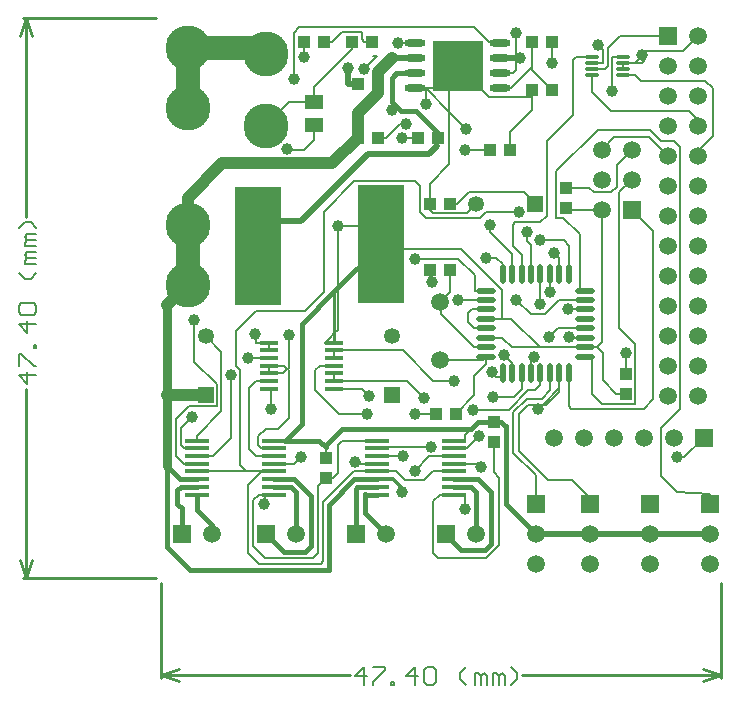
<source format=gtl>
%FSLAX42Y42*%
%MOMM*%
G71*
G01*
G75*
G04 Layer_Physical_Order=1*
G04 Layer_Color=255*
%ADD10R,1.00X1.10*%
%ADD11R,1.65X0.30*%
%ADD12R,1.10X1.00*%
%ADD13O,1.25X0.30*%
%ADD14O,0.55X1.65*%
%ADD15O,1.65X0.55*%
%ADD16R,2.15X0.40*%
%ADD17R,2.15X0.40*%
%ADD18R,4.00X10.00*%
%ADD19R,1.50X1.30*%
%ADD20O,1.80X0.60*%
%ADD21R,4.20X4.20*%
%ADD22C,0.20*%
%ADD23C,0.50*%
%ADD24C,0.40*%
%ADD25C,2.00*%
%ADD26C,0.48*%
%ADD27C,0.16*%
%ADD28C,1.00*%
%ADD29C,0.32*%
%ADD30C,0.80*%
%ADD31C,0.25*%
%ADD32C,0.15*%
%ADD33C,1.50*%
%ADD34C,1.50*%
%ADD35R,1.50X1.50*%
%ADD36C,3.81*%
%ADD37R,1.50X1.50*%
%ADD38R,1.35X1.35*%
%ADD39C,1.35*%
%ADD40R,1.35X1.35*%
%ADD41C,1.00*%
D10*
X6604Y8602D02*
D03*
Y8772D02*
D03*
X9144Y9313D02*
D03*
Y9483D02*
D03*
X8636Y10888D02*
D03*
Y11058D02*
D03*
X8026Y9077D02*
D03*
Y8907D02*
D03*
D11*
X6123Y9745D02*
D03*
Y9680D02*
D03*
Y9615D02*
D03*
Y9550D02*
D03*
Y9485D02*
D03*
Y9420D02*
D03*
Y9355D02*
D03*
X6678Y9745D02*
D03*
Y9680D02*
D03*
Y9615D02*
D03*
Y9550D02*
D03*
Y9485D02*
D03*
Y9420D02*
D03*
Y9355D02*
D03*
D12*
X7654Y10922D02*
D03*
X7484D02*
D03*
X7654Y10363D02*
D03*
X7484D02*
D03*
X7705Y9144D02*
D03*
X7535D02*
D03*
X6994Y12294D02*
D03*
X6824D02*
D03*
X6587D02*
D03*
X6417D02*
D03*
X8518Y11887D02*
D03*
X8348D02*
D03*
X7992Y11379D02*
D03*
X8162D02*
D03*
X8518Y12294D02*
D03*
X8348D02*
D03*
X7045Y11938D02*
D03*
X6875D02*
D03*
Y11481D02*
D03*
X7045D02*
D03*
X7383D02*
D03*
X7553D02*
D03*
D13*
X8859Y12165D02*
D03*
Y12115D02*
D03*
Y12065D02*
D03*
Y12015D02*
D03*
X9124Y12165D02*
D03*
Y12115D02*
D03*
Y12065D02*
D03*
Y12015D02*
D03*
D14*
X8102Y10326D02*
D03*
X8182D02*
D03*
X8262D02*
D03*
X8342D02*
D03*
X8422D02*
D03*
X8502D02*
D03*
X8582D02*
D03*
X8662D02*
D03*
Y9486D02*
D03*
X8582D02*
D03*
X8502D02*
D03*
X8422D02*
D03*
X8342D02*
D03*
X8262D02*
D03*
X8182D02*
D03*
X8102D02*
D03*
D15*
X8802Y10186D02*
D03*
Y10106D02*
D03*
Y10026D02*
D03*
Y9946D02*
D03*
Y9866D02*
D03*
Y9786D02*
D03*
Y9706D02*
D03*
Y9626D02*
D03*
X7962D02*
D03*
Y9706D02*
D03*
Y9786D02*
D03*
Y9866D02*
D03*
Y9946D02*
D03*
Y10026D02*
D03*
Y10106D02*
D03*
Y10186D02*
D03*
D16*
X6170Y8459D02*
D03*
Y8524D02*
D03*
Y8589D02*
D03*
Y8654D02*
D03*
Y8719D02*
D03*
Y8784D02*
D03*
Y8849D02*
D03*
Y8914D02*
D03*
X5515Y8459D02*
D03*
Y8524D02*
D03*
Y8589D02*
D03*
Y8654D02*
D03*
Y8719D02*
D03*
Y8784D02*
D03*
Y8849D02*
D03*
X7694Y8459D02*
D03*
Y8524D02*
D03*
Y8589D02*
D03*
Y8654D02*
D03*
Y8719D02*
D03*
Y8784D02*
D03*
Y8849D02*
D03*
Y8914D02*
D03*
X7039Y8459D02*
D03*
Y8524D02*
D03*
Y8589D02*
D03*
Y8654D02*
D03*
Y8719D02*
D03*
Y8784D02*
D03*
Y8849D02*
D03*
D17*
X5515Y8914D02*
D03*
X7039D02*
D03*
D18*
X7074Y10579D02*
D03*
X6033Y10566D02*
D03*
D19*
X6502Y11779D02*
D03*
Y11589D02*
D03*
D20*
X8082Y11900D02*
D03*
Y12027D02*
D03*
Y12154D02*
D03*
Y12281D02*
D03*
X7362Y11900D02*
D03*
Y12027D02*
D03*
Y12154D02*
D03*
Y12281D02*
D03*
D21*
X7722Y12090D02*
D03*
D22*
X9093Y12344D02*
X9500D01*
X8992Y12243D02*
X9093Y12344D01*
X8992Y12090D02*
Y12243D01*
X8967Y12065D02*
X8992Y12090D01*
X8859Y12065D02*
X8967D01*
X9627Y12217D02*
X9754Y12344D01*
X9296Y12217D02*
X9627D01*
X9283Y12115D02*
X9296Y12129D01*
X9124Y12115D02*
X9220D01*
X9124Y12065D02*
Y12115D01*
X8518Y12112D02*
Y12294D01*
X8636Y10871D02*
Y10888D01*
X8100Y9946D02*
X8176D01*
X7747Y10541D02*
X8100Y10188D01*
X8900Y9706D02*
X8941Y9747D01*
X8900Y9706D02*
X8948Y9658D01*
X8941Y9747D02*
Y10871D01*
X8948Y9428D02*
X9064Y9313D01*
X8948Y9428D02*
Y9658D01*
X8416Y9706D02*
X8802D01*
X8900D01*
X8176Y9946D02*
X8416Y9706D01*
X8178D02*
X8416D01*
X9064Y9313D02*
X9144D01*
X7962Y9946D02*
X8100D01*
X8098Y9786D02*
X8178Y9706D01*
X8100Y9946D02*
Y10188D01*
X7962Y9786D02*
X8098D01*
X8026Y9077D02*
X8087D01*
X7780Y8960D02*
X7837Y9017D01*
X7694Y8914D02*
X7780D01*
X7074Y10579D02*
Y10729D01*
X7036Y10541D02*
X7074Y10579D01*
X6502Y11460D02*
Y11589D01*
X6421Y11379D02*
X6502Y11460D01*
X6276Y11379D02*
X6421D01*
X6274Y11382D02*
X6276Y11379D01*
X6863Y10368D02*
X7036Y10541D01*
X6596Y9745D02*
X6678D01*
X6604Y8860D02*
Y8875D01*
Y8772D02*
Y8860D01*
X6170Y8914D02*
X6260D01*
X7531Y11900D02*
X7722Y12090D01*
X7117Y11481D02*
X7234Y11598D01*
X9195Y10871D02*
X9378Y10688D01*
X9296Y9185D02*
X9378Y9266D01*
Y10688D01*
X8662Y9205D02*
Y9486D01*
X8682Y9185D02*
X9296D01*
X8662Y9205D02*
X8682Y9185D01*
X8582Y9362D02*
Y9486D01*
X8471Y9220D02*
X8582Y9331D01*
X8687Y8585D02*
X8839Y8433D01*
Y8382D02*
Y8433D01*
X8484Y8585D02*
X8687D01*
X8242Y8826D02*
X8484Y8585D01*
X8242Y8826D02*
Y9144D01*
X8318Y9220D01*
X8583Y10106D02*
X8802D01*
X9639Y8776D02*
X9804Y8941D01*
X9576Y8776D02*
X9639D01*
X8464Y9987D02*
X8583Y10106D01*
X8219Y10109D02*
X8341Y9987D01*
X8464D01*
X8502Y10175D02*
Y10326D01*
X8422Y10069D02*
Y10326D01*
X8665Y9786D02*
X8802D01*
X8661Y9789D02*
X8665Y9786D01*
X8654Y10026D02*
X8802D01*
X7724Y10455D02*
X7864Y10315D01*
X7358Y10455D02*
X7724D01*
X7864Y10186D02*
Y10315D01*
Y10186D02*
X7962D01*
X5489Y9584D02*
X5681Y9393D01*
Y9208D02*
Y9393D01*
X5444Y9208D02*
X5681D01*
X5489Y9584D02*
Y9939D01*
X5335Y9099D02*
X5444Y9208D01*
X5401Y8719D02*
X5515D01*
X5335Y8785D02*
Y9099D01*
Y8785D02*
X5401Y8719D01*
X7720Y10106D02*
X7962D01*
X7720Y10107D02*
X7720Y10106D01*
X6289Y9534D02*
Y9809D01*
Y9103D02*
Y9510D01*
X6277Y9522D02*
X6289Y9534D01*
X6248Y9550D02*
X6277Y9522D01*
X6241Y9485D02*
X6277Y9522D01*
X6289Y9510D01*
X6123Y9550D02*
X6248D01*
X6123Y9485D02*
X6241D01*
X6123D02*
Y9550D01*
X6096Y9017D02*
X6203D01*
X6289Y9103D01*
X6055Y8849D02*
X6170D01*
X6030Y8875D02*
Y8951D01*
X6096Y9017D01*
X6030Y8875D02*
X6055Y8849D01*
X7654Y10174D02*
Y10363D01*
X7579Y10099D02*
X7654Y10174D01*
X7858Y9706D02*
X7962D01*
X7569Y10089D02*
X7579Y10099D01*
Y9985D02*
X7858Y9706D01*
X7937Y9601D02*
X7962Y9626D01*
Y9562D02*
Y9626D01*
X7861Y9461D02*
X7962Y9562D01*
X7861Y9300D02*
Y9461D01*
X7569Y9601D02*
X7937D01*
X7705Y9144D02*
X7861Y9300D01*
X8102Y9456D02*
Y9486D01*
X8016Y9487D02*
Y9497D01*
Y9487D02*
X8047Y9456D01*
X6332Y8719D02*
X6391Y8778D01*
X6170Y8719D02*
X6332D01*
X8115Y9639D02*
X8182Y9573D01*
Y9486D02*
Y9573D01*
X6869Y8719D02*
X7039D01*
X6853Y8735D02*
X6869Y8719D01*
X8262Y9351D02*
Y9486D01*
X8196Y9285D02*
X8262Y9351D01*
X8021Y9285D02*
X8196D01*
X6678Y9420D02*
X7295D01*
X7437Y9278D01*
X6678Y9420D02*
Y9485D01*
X7168Y8865D02*
X7496D01*
X7039Y8849D02*
X7168Y8865D01*
X8342Y9597D02*
X8369Y9624D01*
X8342Y9486D02*
Y9597D01*
X7516Y9423D02*
X7692D01*
X7259Y9680D02*
X7516Y9423D01*
X6678Y9680D02*
X7259D01*
X6678Y9615D02*
Y9680D01*
X7904Y8951D02*
Y8956D01*
X7803Y8849D02*
X7904Y8951D01*
X7694Y8849D02*
X7803D01*
X8422Y9388D02*
Y9486D01*
X8376Y9342D02*
X8422Y9388D01*
X8320Y9342D02*
X8376D01*
X8153Y9174D02*
X8320Y9342D01*
X7887Y8719D02*
X7915Y8692D01*
X7851Y9174D02*
X8153D01*
X7694Y8719D02*
X7887D01*
X8502Y9340D02*
Y9486D01*
X8433Y9271D02*
X8502Y9340D01*
X8382Y8382D02*
Y8623D01*
X8306Y9271D02*
X8433D01*
X8192Y9157D02*
X8306Y9271D01*
X8192Y8814D02*
X8382Y8623D01*
X8192Y8814D02*
Y9157D01*
X8707Y9870D02*
X8712Y9866D01*
X8567Y9870D02*
X8707D01*
X8712Y9866D02*
X8802D01*
X8491Y9794D02*
X8567Y9870D01*
X8279Y11021D02*
X8378Y10922D01*
X7816Y11021D02*
X8279D01*
X7654Y10922D02*
X7717D01*
X7816Y11021D01*
X7965Y10853D02*
X8240D01*
X8420Y10610D02*
X8623D01*
X7399Y10851D02*
Y11067D01*
X7912Y10800D02*
X7965Y10853D01*
X7356Y11110D02*
X7399Y11067D01*
X7450Y10800D02*
X7912D01*
X7399Y10851D02*
X7450Y10800D01*
X8666Y10388D02*
Y10566D01*
X8623Y10610D02*
X8666Y10566D01*
X8662Y10384D02*
X8666Y10388D01*
X8662Y10326D02*
Y10384D01*
X7514Y8654D02*
X7694D01*
X7438Y8579D02*
X7514Y8654D01*
X7200D02*
X7276Y8579D01*
X7438D01*
X7039Y8654D02*
X7200D01*
X6845Y11110D02*
X7356D01*
X6589Y10853D02*
X6845Y11110D01*
X6589Y10173D02*
Y10853D01*
X6426Y10010D02*
X6589Y10173D01*
X6015Y10010D02*
X6426D01*
X5845Y9549D02*
Y9840D01*
Y9549D02*
X5881Y9512D01*
X5845Y9840D02*
X6015Y10010D01*
X5933Y8654D02*
X6061D01*
X6170D01*
X5881Y8706D02*
Y9512D01*
X6846Y8654D02*
X7039D01*
X6584Y8392D02*
X6846Y8654D01*
X6584Y7892D02*
Y8392D01*
X6561Y7868D02*
X6584Y7892D01*
X6043Y7868D02*
X6561D01*
X5881Y8706D02*
X5933Y8654D01*
X5949Y8542D02*
X6061Y8654D01*
X5949Y7962D02*
Y8542D01*
Y7962D02*
X6043Y7868D01*
X5515Y8654D02*
X5933D01*
X8720Y12165D02*
X8859D01*
X8694Y12140D02*
X8720Y12165D01*
X8694Y11671D02*
Y12140D01*
X8476Y11453D02*
X8694Y11671D01*
X8476Y10820D02*
Y11453D01*
X8421Y10765D02*
X8476Y10820D01*
X8188Y10744D02*
X8209Y10765D01*
X8421D01*
X8188Y10564D02*
Y10744D01*
X8262Y10326D02*
Y10490D01*
X8188Y10564D02*
X8262Y10490D01*
X9032Y12165D02*
X9124D01*
X9032Y11877D02*
Y12165D01*
X8182Y10326D02*
Y10495D01*
X7998Y10679D02*
X8182Y10495D01*
X7998Y10679D02*
Y10737D01*
X8047Y10465D02*
X8102Y10410D01*
X7965Y10465D02*
X8047D01*
X8102Y10326D02*
Y10410D01*
X6123Y9680D02*
Y9745D01*
X6016D02*
X6123D01*
X6003Y9817D02*
X6016Y9805D01*
Y9745D02*
Y9805D01*
X5405Y8849D02*
X5515D01*
X5375Y8879D02*
Y9020D01*
X5474Y9119D01*
X5375Y8879D02*
X5405Y8849D01*
X7234Y12027D02*
X7362D01*
X7163Y11786D02*
Y11956D01*
X7553Y11481D02*
Y11523D01*
X7546Y11481D02*
X7553D01*
X7163Y11712D02*
Y11786D01*
X7007Y12172D02*
X7041D01*
X6932Y12062D02*
X7041Y12172D01*
X6932Y12060D02*
Y12062D01*
X6033Y10566D02*
Y10775D01*
X7249Y11481D02*
X7383D01*
X7214Y12281D02*
X7362D01*
X8212Y12050D02*
Y12367D01*
X8189Y12027D02*
X8212Y12050D01*
X8082Y12027D02*
X8189D01*
X6417Y12165D02*
Y12294D01*
Y12165D02*
X6419Y12164D01*
X6911Y12314D02*
X6932Y12294D01*
X6911Y12314D02*
Y12374D01*
X6932Y12294D02*
X6994D01*
X6739Y12374D02*
X6911D01*
X6659Y12294D02*
X6739Y12374D01*
X6587Y12294D02*
X6659D01*
X7986Y12291D02*
X8082Y12281D01*
X7863Y12414D02*
X7986Y12291D01*
X7785Y11379D02*
X7992D01*
X7780Y11374D02*
X7785Y11379D01*
X6332Y12365D02*
X6381Y12414D01*
X7863D01*
X6332Y11974D02*
Y12365D01*
X5948Y9615D02*
X6123D01*
X5801Y8934D02*
Y9469D01*
X5651Y8784D02*
X5801Y8934D01*
X5515Y8784D02*
X5651D01*
X6015Y9420D02*
X6123D01*
X6015Y8784D02*
X6170D01*
X5951Y9357D02*
X6015Y9420D01*
X5951Y8848D02*
Y9357D01*
Y8848D02*
X6015Y8784D01*
X7039D02*
X7255D01*
X6678Y9355D02*
X6909D01*
X6970Y9294D01*
X7481Y8784D02*
X7694D01*
X7356Y8659D02*
X7481Y8784D01*
X6553Y9550D02*
X6678D01*
X6513Y9510D02*
X6553Y9550D01*
X6513Y9342D02*
Y9510D01*
Y9342D02*
X6713Y9141D01*
X6957D01*
X8348Y12078D02*
Y12294D01*
Y12057D02*
X8518Y11887D01*
X8170Y11900D02*
X8335Y12065D01*
X8082Y11900D02*
X8170D01*
X9068Y11252D02*
X9195Y11379D01*
X9068Y11064D02*
Y11252D01*
X9022Y11019D02*
X9068Y11064D01*
X8876Y11019D02*
X9022D01*
X8636Y11058D02*
X8837D01*
X8876Y11019D01*
X8342Y10326D02*
Y10570D01*
X8308Y10604D02*
Y10685D01*
Y10604D02*
X8342Y10570D01*
X9881Y11493D02*
Y11900D01*
X9754Y11367D02*
X9881Y11493D01*
X9817Y11963D02*
X9881Y11900D01*
X9754Y11328D02*
Y11367D01*
X9124Y12015D02*
X9219D01*
X9271Y11963D02*
X9817D01*
X9219Y12015D02*
X9271Y11963D01*
X9088Y9871D02*
X9225Y9734D01*
X9088Y11019D02*
X9195Y11125D01*
X9088Y9871D02*
Y11019D01*
X9225Y9228D02*
Y9734D01*
X8941Y9228D02*
X9225D01*
X8802Y9626D02*
X8857D01*
Y9312D02*
X8941Y9228D01*
X8859Y11867D02*
X9017Y11709D01*
X9677D01*
X8859Y11867D02*
Y12015D01*
X8348Y11714D02*
Y11826D01*
X7986D02*
X8348D01*
X7650Y11699D02*
Y11900D01*
Y11258D02*
Y11699D01*
X7450Y11900D02*
X7650Y11699D01*
X7793Y11557D01*
X7450Y11900D02*
X7531D01*
X7362D02*
X7450D01*
X6036Y8459D02*
X6086D01*
X6123Y9355D02*
X6144D01*
X9855Y8382D02*
Y8461D01*
X9578Y8481D02*
X9855Y8461D01*
X9444Y8616D02*
X9578Y8481D01*
X9444Y8616D02*
Y9020D01*
X9606Y9182D01*
Y11400D01*
X9550Y11455D02*
X9606Y11400D01*
X9441Y11455D02*
X9550D01*
X9347Y11549D02*
X9441Y11455D01*
X8908Y11549D02*
X9347D01*
X8555Y11196D02*
X8908Y11549D01*
X8555Y10803D02*
Y11196D01*
Y10803D02*
X8616D01*
X8753Y10665D01*
Y10186D02*
X8802D01*
X8941Y11379D02*
X9047Y11486D01*
X9342D01*
X9500Y11328D01*
X7356Y9144D02*
X7535D01*
X7722Y11900D02*
Y12090D01*
X7484Y11092D02*
X7650Y11258D01*
X7484Y10922D02*
Y11092D01*
X8026Y8646D02*
Y8907D01*
Y8646D02*
X8075Y8598D01*
Y8031D02*
Y8598D01*
X7965Y7922D02*
X8075Y8031D01*
X7557Y7922D02*
X7965D01*
X7513Y7965D02*
X7557Y7922D01*
X7513Y7965D02*
Y8402D01*
X7570Y8459D01*
X7694D01*
X7783D01*
X8162Y11529D02*
X8348Y11714D01*
X8162Y11379D02*
Y11529D01*
X8859Y12115D02*
X8952D01*
Y12222D01*
X8913Y12261D02*
X8952Y12222D01*
X8582Y10326D02*
Y10458D01*
X8539Y10500D02*
X8582Y10458D01*
X9144Y9483D02*
Y9657D01*
X7045Y11481D02*
X7117D01*
X7234Y11598D02*
X7282D01*
X6086Y8459D02*
X6170D01*
X6083Y8379D02*
X6086Y8382D01*
X7484Y10871D02*
Y10922D01*
Y10871D02*
X7515Y10841D01*
X7797D01*
X7878Y10922D01*
X7484Y10275D02*
X7506Y10254D01*
X7484Y10275D02*
Y10363D01*
X7722Y12090D02*
X7986Y11826D01*
X8348D02*
Y11887D01*
X6604Y8602D02*
X6665D01*
X6708Y8645D01*
Y8881D01*
X6741Y8914D01*
X7039D01*
X6502Y11779D02*
Y11910D01*
X6824Y12231D01*
Y12294D01*
X6293Y11779D02*
X6502D01*
X6096Y11582D02*
X6293Y11779D01*
X6604Y8598D02*
Y8602D01*
X6538Y8532D02*
X6604Y8598D01*
X6538Y7965D02*
Y8532D01*
X6497Y7925D02*
X6538Y7965D01*
X6086Y7925D02*
X6497D01*
X5989Y8021D02*
X6086Y7925D01*
X5989Y8021D02*
Y8412D01*
X6036Y8459D01*
X5514Y8914D02*
X5515D01*
X5514Y8957D02*
X5721Y9164D01*
Y9667D01*
X5588Y9800D02*
X5721Y9667D01*
X7861Y9866D02*
X7962D01*
X7811Y9916D02*
X7861Y9866D01*
X7811Y9916D02*
Y9997D01*
X7839Y10026D01*
X7962D01*
X9779Y11608D02*
X9804Y11582D01*
X9677Y11709D02*
X9779Y11608D01*
X8857Y9312D02*
Y9626D01*
X8335Y12065D02*
X8348Y12078D01*
Y12057D02*
Y12294D01*
X7546Y11410D02*
Y11481D01*
X7163Y11956D02*
X7234Y12027D01*
X8753Y10186D02*
Y10665D01*
X8047Y9456D02*
X8102D01*
X7579Y10089D02*
Y10099D01*
Y9985D02*
Y10089D01*
X8405Y9185D02*
X8440Y9220D01*
X8318D02*
X8471D01*
X8440D02*
X8582Y9362D01*
Y9331D02*
Y9486D01*
X6086Y8382D02*
Y8459D01*
X5514Y8914D02*
Y8957D01*
X6144Y9185D02*
Y9355D01*
X7450Y11765D02*
Y11900D01*
X7783Y8336D02*
Y8459D01*
X7650Y11900D02*
X7722D01*
X6596Y9745D02*
X6637Y9787D01*
X6678Y9828D01*
X7780Y8914D02*
Y8960D01*
X6678Y9828D02*
X6706Y9855D01*
Y10211D01*
Y10729D01*
X7036Y10541D02*
X7074D01*
X6706Y10729D02*
X7074D01*
Y10541D02*
X7747D01*
X8636Y10871D02*
X8941D01*
X9124Y12115D02*
X9283D01*
X9220D02*
X9284Y12179D01*
X9296Y12129D02*
Y12217D01*
D23*
X9347Y8128D02*
X9855D01*
X8382D02*
X8839D01*
X9347D01*
X7478Y11341D02*
X7546Y11410D01*
X6962Y11341D02*
X7478D01*
X6396Y10775D02*
X6962Y11341D01*
X6794Y11938D02*
X6875D01*
X6794D02*
Y12070D01*
X7163Y12154D02*
X7362D01*
X6033Y10775D02*
X6396D01*
D24*
X8128Y8382D02*
X8382Y8128D01*
X8087Y9077D02*
X8113Y9051D01*
X7897Y9077D02*
X8026D01*
X7837Y9017D02*
X7897Y9077D01*
X8113Y9051D02*
X8128Y9042D01*
Y8382D02*
Y9042D01*
X6401Y9906D02*
X6678Y10183D01*
X6746Y9017D02*
X7837D01*
X6604Y8875D02*
X6746Y9017D01*
X6401Y9055D02*
Y9906D01*
X6260Y8914D02*
X6401Y9055D01*
X6260Y8914D02*
X6549D01*
X6604Y8860D01*
X7366Y11709D02*
X7553Y11523D01*
X7239Y11709D02*
X7366D01*
X7163Y11989D02*
X7201Y12027D01*
X6045Y12243D02*
X6096Y12192D01*
X5375Y8524D02*
X5515D01*
X5385Y8128D02*
Y8344D01*
X5347Y8496D02*
X5375Y8524D01*
X5347Y8382D02*
X5385Y8344D01*
X5347Y8382D02*
Y8496D01*
X5639Y8128D02*
Y8204D01*
X5515Y8328D02*
Y8459D01*
Y8328D02*
X5639Y8204D01*
X6477Y8026D02*
Y8446D01*
X6333Y8589D02*
X6477Y8446D01*
X6426Y7976D02*
X6477Y8026D01*
X6248Y7976D02*
X6426D01*
X6170Y8589D02*
X6333D01*
X6096Y8128D02*
X6248Y7976D01*
X6350Y8128D02*
Y8484D01*
X6309Y8524D02*
X6350Y8484D01*
X6170Y8524D02*
X6309D01*
X6867D02*
X7039D01*
X6858Y8128D02*
Y8502D01*
X6857Y8502D02*
X6867Y8524D01*
X6857Y8502D02*
X6858Y8502D01*
X6935Y8459D02*
X7039D01*
X7112Y8128D02*
Y8141D01*
X7098Y8142D02*
X7112Y8141D01*
X6934Y8460D02*
X6935Y8459D01*
X6934Y8306D02*
X7098Y8142D01*
X7895Y8589D02*
X8001Y8484D01*
Y8039D02*
Y8484D01*
X7694Y8589D02*
X7895D01*
X7950Y7988D02*
X8001Y8039D01*
X7747Y7988D02*
X7950D01*
X7620Y8115D02*
Y8128D01*
Y8115D02*
X7747Y7988D01*
X7874Y8128D02*
Y8484D01*
X7833Y8524D02*
X7874Y8484D01*
X7694Y8524D02*
X7833D01*
X6845Y8589D02*
X7039D01*
X6629Y8374D02*
X6845Y8589D01*
X5368D02*
X5515D01*
X6629Y7823D02*
Y8374D01*
X5451Y7823D02*
X6629D01*
X5260Y8697D02*
X5368Y8589D01*
X5260Y8014D02*
X5451Y7823D01*
X5260Y8014D02*
Y8697D01*
X6934Y8306D02*
Y8459D01*
Y8460D01*
X7163Y11786D02*
X7239Y11709D01*
X7163Y11786D02*
Y11989D01*
X7201Y12027D02*
X7362D01*
X6678Y10183D02*
X6863Y10368D01*
D25*
X5436Y11735D02*
Y12243D01*
X6045D01*
X5436Y10236D02*
Y10744D01*
D26*
X8247Y12154D02*
Y12156D01*
X8082Y12154D02*
X8247D01*
D27*
X9754Y11582D02*
X9804D01*
D28*
X7045Y12036D02*
X7163Y12154D01*
X7045Y11938D02*
Y12036D01*
Y11858D02*
Y11938D01*
X6875Y11688D02*
X7045Y11858D01*
X6875Y11481D02*
Y11688D01*
X5728Y11265D02*
X6659D01*
X6875Y11481D01*
X5436Y10973D02*
X5728Y11265D01*
X5264Y9300D02*
X5588D01*
X5436Y10744D02*
Y10973D01*
X5260Y10061D02*
X5436Y10236D01*
D29*
X7174Y8589D02*
X7247Y8517D01*
Y8476D02*
Y8517D01*
X7039Y8589D02*
X7174D01*
D30*
X5260Y8697D02*
Y10061D01*
D31*
X6678Y9745D02*
Y10183D01*
X9950Y6909D02*
Y7710D01*
X5210Y6909D02*
Y7710D01*
X8266Y6934D02*
X9950D01*
X5210D02*
X6813D01*
X9798Y6985D02*
X9950Y6934D01*
X9798Y6883D02*
X9950Y6934D01*
X5210D02*
X5362Y6883D01*
X5210Y6934D02*
X5362Y6985D01*
X4039Y12490D02*
X5170D01*
X4039Y7750D02*
X5170D01*
X4064Y10806D02*
Y12490D01*
Y7750D02*
Y9353D01*
X4013Y12338D02*
X4064Y12490D01*
X4115Y12338D01*
X4064Y7750D02*
X4115Y7902D01*
X4013D02*
X4064Y7750D01*
D32*
X6930Y6843D02*
Y6995D01*
X6854Y6919D01*
X6955D01*
X7006Y6995D02*
X7108D01*
Y6970D01*
X7006Y6868D01*
Y6843D01*
X7158D02*
Y6868D01*
X7184D01*
Y6843D01*
X7158D01*
X7362D02*
Y6995D01*
X7285Y6919D01*
X7387D01*
X7438Y6970D02*
X7463Y6995D01*
X7514D01*
X7539Y6970D01*
Y6868D01*
X7514Y6843D01*
X7463D01*
X7438Y6868D01*
Y6970D01*
X7793Y6843D02*
X7742Y6894D01*
Y6944D01*
X7793Y6995D01*
X7869Y6843D02*
Y6944D01*
X7895D01*
X7920Y6919D01*
Y6843D01*
Y6919D01*
X7946Y6944D01*
X7971Y6919D01*
Y6843D01*
X8022D02*
Y6944D01*
X8047D01*
X8073Y6919D01*
Y6843D01*
Y6919D01*
X8098Y6944D01*
X8123Y6919D01*
Y6843D01*
X8174D02*
X8225Y6894D01*
Y6944D01*
X8174Y6995D01*
X4155Y9470D02*
X4003D01*
X4079Y9394D01*
Y9495D01*
X4003Y9546D02*
Y9648D01*
X4028D01*
X4130Y9546D01*
X4155D01*
Y9698D02*
X4130D01*
Y9724D01*
X4155D01*
Y9698D01*
Y9902D02*
X4003D01*
X4079Y9825D01*
Y9927D01*
X4028Y9978D02*
X4003Y10003D01*
Y10054D01*
X4028Y10079D01*
X4130D01*
X4155Y10054D01*
Y10003D01*
X4130Y9978D01*
X4028D01*
X4155Y10333D02*
X4105Y10282D01*
X4054D01*
X4003Y10333D01*
X4155Y10409D02*
X4054D01*
Y10435D01*
X4079Y10460D01*
X4155D01*
X4079D01*
X4054Y10486D01*
X4079Y10511D01*
X4155D01*
Y10562D02*
X4054D01*
Y10587D01*
X4079Y10613D01*
X4155D01*
X4079D01*
X4054Y10638D01*
X4079Y10663D01*
X4155D01*
Y10714D02*
X4105Y10765D01*
X4054D01*
X4003Y10714D01*
D33*
X7569Y10089D02*
D03*
Y9601D02*
D03*
D34*
X9347Y7874D02*
D03*
Y8128D02*
D03*
X8382Y7874D02*
D03*
Y8128D02*
D03*
X8839Y7874D02*
D03*
Y8128D02*
D03*
X9855Y7874D02*
D03*
Y8128D02*
D03*
X8534Y8941D02*
D03*
X8788D02*
D03*
X9042D02*
D03*
X9296D02*
D03*
X9550D02*
D03*
X8941Y11379D02*
D03*
X9195D02*
D03*
X8941Y11125D02*
D03*
X9195D02*
D03*
X8941Y10871D02*
D03*
X6350Y8128D02*
D03*
X5639D02*
D03*
X7112D02*
D03*
X7874D02*
D03*
X9754Y9296D02*
D03*
X9500D02*
D03*
X9754Y9550D02*
D03*
X9500D02*
D03*
X9754Y9804D02*
D03*
X9500D02*
D03*
X9754Y10058D02*
D03*
X9500D02*
D03*
X9754Y10312D02*
D03*
X9500D02*
D03*
X9754Y10566D02*
D03*
X9500D02*
D03*
X9754Y10820D02*
D03*
X9500D02*
D03*
X9754Y11074D02*
D03*
X9500D02*
D03*
X9754Y11328D02*
D03*
X9500D02*
D03*
X9754Y11582D02*
D03*
X9500D02*
D03*
X9754Y11836D02*
D03*
X9500D02*
D03*
X9754Y12090D02*
D03*
X9500D02*
D03*
X9754Y12344D02*
D03*
D35*
X9347Y8382D02*
D03*
X8382D02*
D03*
X8839D02*
D03*
X9855D02*
D03*
X9195Y10871D02*
D03*
X9500Y12344D02*
D03*
D36*
X6096Y12192D02*
D03*
Y11582D02*
D03*
X5436Y10744D02*
D03*
Y11735D02*
D03*
Y10236D02*
D03*
Y12243D02*
D03*
D37*
X9804Y8941D02*
D03*
X6096Y8128D02*
D03*
X5385D02*
D03*
X6858D02*
D03*
X7620D02*
D03*
D38*
X5588Y9300D02*
D03*
X7163D02*
D03*
D39*
X5588Y9800D02*
D03*
X7163D02*
D03*
X7878Y10922D02*
D03*
D40*
X8378D02*
D03*
D41*
X9284Y12179D02*
D03*
X8518Y12112D02*
D03*
X6706Y10729D02*
D03*
X6274Y11382D02*
D03*
X8405Y9185D02*
D03*
X9576Y8776D02*
D03*
X8219Y10109D02*
D03*
X8502Y10175D02*
D03*
X8422Y10069D02*
D03*
X8661Y9789D02*
D03*
X8654Y10026D02*
D03*
X7358Y10455D02*
D03*
X5489Y9939D02*
D03*
X7720Y10107D02*
D03*
X6289Y9809D02*
D03*
X8016Y9497D02*
D03*
X6391Y8778D02*
D03*
X8115Y9639D02*
D03*
X6853Y8735D02*
D03*
X8021Y9285D02*
D03*
X7496Y8865D02*
D03*
X7437Y9278D02*
D03*
X8369Y9624D02*
D03*
X7904Y8956D02*
D03*
X7692Y9423D02*
D03*
X7915Y8692D02*
D03*
X7851Y9174D02*
D03*
X8491Y9794D02*
D03*
X8240Y10853D02*
D03*
X8420Y10610D02*
D03*
X9032Y11877D02*
D03*
X7998Y10737D02*
D03*
X7965Y10465D02*
D03*
X6003Y9817D02*
D03*
X5474Y9119D02*
D03*
X6932Y12060D02*
D03*
X7163Y11712D02*
D03*
X7249Y11481D02*
D03*
X7214Y12281D02*
D03*
X8212Y12367D02*
D03*
X6419Y12164D02*
D03*
X7780Y11374D02*
D03*
X6332Y11974D02*
D03*
X5948Y9615D02*
D03*
X5801Y9469D02*
D03*
X7255Y8784D02*
D03*
X6970Y9294D02*
D03*
X7356Y8659D02*
D03*
X6957Y9141D02*
D03*
X8247Y12156D02*
D03*
X6794Y12070D02*
D03*
X8308Y10685D02*
D03*
X7247Y8476D02*
D03*
X7356Y9144D02*
D03*
X7783Y8336D02*
D03*
X6144Y9185D02*
D03*
X8913Y12261D02*
D03*
X7793Y11557D02*
D03*
X8539Y10500D02*
D03*
X9144Y9657D02*
D03*
X7282Y11598D02*
D03*
X7450Y11765D02*
D03*
X6083Y8379D02*
D03*
X7506Y10254D02*
D03*
M02*

</source>
